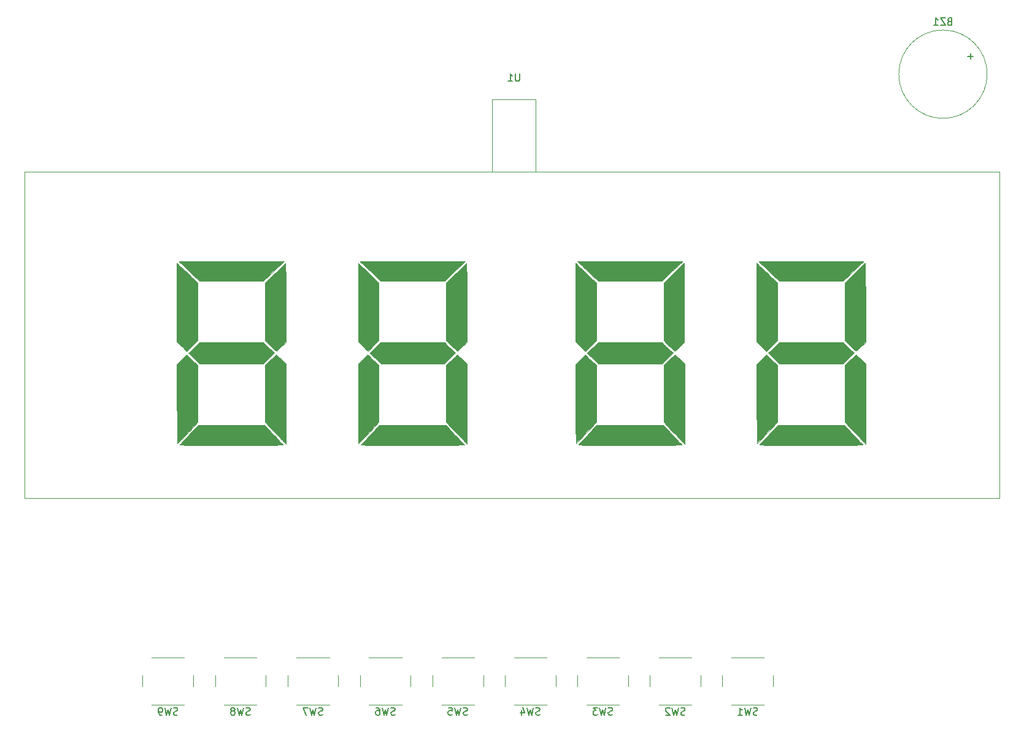
<source format=gbr>
%TF.GenerationSoftware,KiCad,Pcbnew,5.1.12-84ad8e8a86~92~ubuntu20.04.1*%
%TF.CreationDate,2022-04-17T17:37:32+03:00*%
%TF.ProjectId,rata,72617461-2e6b-4696-9361-645f70636258,rev?*%
%TF.SameCoordinates,Original*%
%TF.FileFunction,Legend,Bot*%
%TF.FilePolarity,Positive*%
%FSLAX46Y46*%
G04 Gerber Fmt 4.6, Leading zero omitted, Abs format (unit mm)*
G04 Created by KiCad (PCBNEW 5.1.12-84ad8e8a86~92~ubuntu20.04.1) date 2022-04-17 17:37:32*
%MOMM*%
%LPD*%
G01*
G04 APERTURE LIST*
%ADD10C,0.010000*%
%ADD11C,0.120000*%
%ADD12C,0.150000*%
G04 APERTURE END LIST*
D10*
%TO.C,U1*%
G36*
X37056767Y-41457859D02*
G01*
X35651274Y-42800604D01*
X35651274Y-50791235D01*
X36394852Y-51504057D01*
X36598310Y-51697731D01*
X36783489Y-51871401D01*
X36942180Y-52017575D01*
X37066168Y-52128762D01*
X37147243Y-52197471D01*
X37176243Y-52216879D01*
X37215404Y-52190237D01*
X37304066Y-52115625D01*
X37433302Y-52001019D01*
X37594185Y-51854394D01*
X37777789Y-51683725D01*
X37866635Y-51600080D01*
X38519213Y-50983281D01*
X38515385Y-47747612D01*
X38514386Y-47170454D01*
X38512755Y-46562732D01*
X38510559Y-45937442D01*
X38507867Y-45307580D01*
X38504746Y-44686145D01*
X38501266Y-44086131D01*
X38497493Y-43520538D01*
X38493496Y-43002360D01*
X38489343Y-42544595D01*
X38486909Y-42313529D01*
X38462261Y-40115115D01*
X37056767Y-41457859D01*
G37*
X37056767Y-41457859D02*
X35651274Y-42800604D01*
X35651274Y-50791235D01*
X36394852Y-51504057D01*
X36598310Y-51697731D01*
X36783489Y-51871401D01*
X36942180Y-52017575D01*
X37066168Y-52128762D01*
X37147243Y-52197471D01*
X37176243Y-52216879D01*
X37215404Y-52190237D01*
X37304066Y-52115625D01*
X37433302Y-52001019D01*
X37594185Y-51854394D01*
X37777789Y-51683725D01*
X37866635Y-51600080D01*
X38519213Y-50983281D01*
X38515385Y-47747612D01*
X38514386Y-47170454D01*
X38512755Y-46562732D01*
X38510559Y-45937442D01*
X38507867Y-45307580D01*
X38504746Y-44686145D01*
X38501266Y-44086131D01*
X38497493Y-43520538D01*
X38493496Y-43002360D01*
X38489343Y-42544595D01*
X38486909Y-42313529D01*
X38462261Y-40115115D01*
X37056767Y-41457859D01*
G36*
X30044461Y-39800215D02*
G01*
X29150509Y-39800854D01*
X28319627Y-39801909D01*
X27553298Y-39803373D01*
X26853007Y-39805236D01*
X26220238Y-39807492D01*
X25656474Y-39810133D01*
X25163199Y-39813150D01*
X24741897Y-39816535D01*
X24394052Y-39820281D01*
X24121148Y-39824380D01*
X23924668Y-39828823D01*
X23806097Y-39833603D01*
X23766917Y-39838711D01*
X23766932Y-39838765D01*
X23798098Y-39873628D01*
X23882216Y-39958555D01*
X24013530Y-40087962D01*
X24186284Y-40256263D01*
X24394722Y-40457873D01*
X24633088Y-40687207D01*
X24895626Y-40938680D01*
X25176581Y-41206707D01*
X25184161Y-41213924D01*
X26587909Y-42550319D01*
X31008365Y-42547704D01*
X35428821Y-42545090D01*
X36823921Y-41213839D01*
X37104280Y-40945737D01*
X37366387Y-40693980D01*
X37604477Y-40464186D01*
X37812779Y-40261974D01*
X37985528Y-40092964D01*
X38116955Y-39962775D01*
X38201291Y-39877027D01*
X38232770Y-39841337D01*
X38232785Y-39841294D01*
X38198078Y-39835456D01*
X38089545Y-39830075D01*
X37906635Y-39825148D01*
X37648799Y-39820671D01*
X37315486Y-39816642D01*
X36906146Y-39813058D01*
X36420228Y-39809915D01*
X35857184Y-39807210D01*
X35216462Y-39804940D01*
X34497512Y-39803102D01*
X33699784Y-39801693D01*
X32822728Y-39800709D01*
X31865794Y-39800148D01*
X31000000Y-39800000D01*
X30044461Y-39800215D01*
G37*
X30044461Y-39800215D02*
X29150509Y-39800854D01*
X28319627Y-39801909D01*
X27553298Y-39803373D01*
X26853007Y-39805236D01*
X26220238Y-39807492D01*
X25656474Y-39810133D01*
X25163199Y-39813150D01*
X24741897Y-39816535D01*
X24394052Y-39820281D01*
X24121148Y-39824380D01*
X23924668Y-39828823D01*
X23806097Y-39833603D01*
X23766917Y-39838711D01*
X23766932Y-39838765D01*
X23798098Y-39873628D01*
X23882216Y-39958555D01*
X24013530Y-40087962D01*
X24186284Y-40256263D01*
X24394722Y-40457873D01*
X24633088Y-40687207D01*
X24895626Y-40938680D01*
X25176581Y-41206707D01*
X25184161Y-41213924D01*
X26587909Y-42550319D01*
X31008365Y-42547704D01*
X35428821Y-42545090D01*
X36823921Y-41213839D01*
X37104280Y-40945737D01*
X37366387Y-40693980D01*
X37604477Y-40464186D01*
X37812779Y-40261974D01*
X37985528Y-40092964D01*
X38116955Y-39962775D01*
X38201291Y-39877027D01*
X38232770Y-39841337D01*
X38232785Y-39841294D01*
X38198078Y-39835456D01*
X38089545Y-39830075D01*
X37906635Y-39825148D01*
X37648799Y-39820671D01*
X37315486Y-39816642D01*
X36906146Y-39813058D01*
X36420228Y-39809915D01*
X35857184Y-39807210D01*
X35216462Y-39804940D01*
X34497512Y-39803102D01*
X33699784Y-39801693D01*
X32822728Y-39800709D01*
X31865794Y-39800148D01*
X31000000Y-39800000D01*
X30044461Y-39800215D01*
G36*
X24145552Y-53375210D02*
G01*
X23477070Y-54015972D01*
X23482786Y-56766664D01*
X23484323Y-57339720D01*
X23486636Y-57973496D01*
X23489618Y-58649014D01*
X23493166Y-59347295D01*
X23497174Y-60049361D01*
X23501536Y-60736234D01*
X23506148Y-61388936D01*
X23510904Y-61988489D01*
X23513120Y-62242157D01*
X23537738Y-64966957D01*
X24943232Y-63497920D01*
X26348726Y-62028884D01*
X26348726Y-54176731D01*
X25772372Y-53629906D01*
X25579386Y-53447166D01*
X25392702Y-53271042D01*
X25225526Y-53113946D01*
X25091065Y-52988290D01*
X25005027Y-52908765D01*
X24814035Y-52734449D01*
X24145552Y-53375210D01*
G37*
X24145552Y-53375210D02*
X23477070Y-54015972D01*
X23482786Y-56766664D01*
X23484323Y-57339720D01*
X23486636Y-57973496D01*
X23489618Y-58649014D01*
X23493166Y-59347295D01*
X23497174Y-60049361D01*
X23501536Y-60736234D01*
X23506148Y-61388936D01*
X23510904Y-61988489D01*
X23513120Y-62242157D01*
X23537738Y-64966957D01*
X24943232Y-63497920D01*
X26348726Y-62028884D01*
X26348726Y-54176731D01*
X25772372Y-53629906D01*
X25579386Y-53447166D01*
X25392702Y-53271042D01*
X25225526Y-53113946D01*
X25091065Y-52988290D01*
X25005027Y-52908765D01*
X24814035Y-52734449D01*
X24145552Y-53375210D01*
G36*
X25171793Y-63749461D02*
G01*
X24913791Y-64022620D01*
X24671802Y-64279654D01*
X24451764Y-64514196D01*
X24259611Y-64719883D01*
X24101279Y-64890349D01*
X23982705Y-65019229D01*
X23909824Y-65100159D01*
X23889346Y-65124620D01*
X23884431Y-65134014D01*
X23885763Y-65142593D01*
X23896823Y-65150395D01*
X23921088Y-65157457D01*
X23962037Y-65163816D01*
X24023150Y-65169507D01*
X24107904Y-65174569D01*
X24219779Y-65179038D01*
X24362253Y-65182951D01*
X24538804Y-65186344D01*
X24752913Y-65189256D01*
X25008057Y-65191721D01*
X25307715Y-65193779D01*
X25655365Y-65195465D01*
X26054488Y-65196816D01*
X26508560Y-65197869D01*
X27021061Y-65198661D01*
X27595470Y-65199229D01*
X28235265Y-65199610D01*
X28943926Y-65199840D01*
X29724930Y-65199957D01*
X30581756Y-65199997D01*
X30999716Y-65200000D01*
X31904981Y-65199932D01*
X32732656Y-65199708D01*
X33486041Y-65199304D01*
X34168439Y-65198692D01*
X34783149Y-65197846D01*
X35333474Y-65196741D01*
X35822715Y-65195349D01*
X36254173Y-65193644D01*
X36631148Y-65191601D01*
X36956943Y-65189193D01*
X37234859Y-65186393D01*
X37468196Y-65183176D01*
X37660256Y-65179515D01*
X37814340Y-65175383D01*
X37933750Y-65170755D01*
X38021786Y-65165604D01*
X38081750Y-65159904D01*
X38116943Y-65153629D01*
X38130666Y-65146752D01*
X38130592Y-65143222D01*
X38096809Y-65102855D01*
X38013068Y-65010044D01*
X37885138Y-64870986D01*
X37718786Y-64691873D01*
X37519780Y-64478901D01*
X37293887Y-64238263D01*
X37046875Y-63976153D01*
X36850144Y-63768063D01*
X35602040Y-62449682D01*
X26401388Y-62449682D01*
X25171793Y-63749461D01*
G37*
X25171793Y-63749461D02*
X24913791Y-64022620D01*
X24671802Y-64279654D01*
X24451764Y-64514196D01*
X24259611Y-64719883D01*
X24101279Y-64890349D01*
X23982705Y-65019229D01*
X23909824Y-65100159D01*
X23889346Y-65124620D01*
X23884431Y-65134014D01*
X23885763Y-65142593D01*
X23896823Y-65150395D01*
X23921088Y-65157457D01*
X23962037Y-65163816D01*
X24023150Y-65169507D01*
X24107904Y-65174569D01*
X24219779Y-65179038D01*
X24362253Y-65182951D01*
X24538804Y-65186344D01*
X24752913Y-65189256D01*
X25008057Y-65191721D01*
X25307715Y-65193779D01*
X25655365Y-65195465D01*
X26054488Y-65196816D01*
X26508560Y-65197869D01*
X27021061Y-65198661D01*
X27595470Y-65199229D01*
X28235265Y-65199610D01*
X28943926Y-65199840D01*
X29724930Y-65199957D01*
X30581756Y-65199997D01*
X30999716Y-65200000D01*
X31904981Y-65199932D01*
X32732656Y-65199708D01*
X33486041Y-65199304D01*
X34168439Y-65198692D01*
X34783149Y-65197846D01*
X35333474Y-65196741D01*
X35822715Y-65195349D01*
X36254173Y-65193644D01*
X36631148Y-65191601D01*
X36956943Y-65189193D01*
X37234859Y-65186393D01*
X37468196Y-65183176D01*
X37660256Y-65179515D01*
X37814340Y-65175383D01*
X37933750Y-65170755D01*
X38021786Y-65165604D01*
X38081750Y-65159904D01*
X38116943Y-65153629D01*
X38130666Y-65146752D01*
X38130592Y-65143222D01*
X38096809Y-65102855D01*
X38013068Y-65010044D01*
X37885138Y-64870986D01*
X37718786Y-64691873D01*
X37519780Y-64478901D01*
X37293887Y-64238263D01*
X37046875Y-63976153D01*
X36850144Y-63768063D01*
X35602040Y-62449682D01*
X26401388Y-62449682D01*
X25171793Y-63749461D01*
G36*
X25848990Y-51739273D02*
G01*
X25647340Y-51930965D01*
X25465931Y-52104624D01*
X25312826Y-52252433D01*
X25196085Y-52366577D01*
X25123770Y-52439241D01*
X25103349Y-52462187D01*
X25128102Y-52496484D01*
X25203890Y-52578912D01*
X25323175Y-52701815D01*
X25478418Y-52857533D01*
X25662080Y-53038408D01*
X25851597Y-53222307D01*
X26611624Y-53954837D01*
X35389724Y-53956051D01*
X36924622Y-52472709D01*
X36459843Y-52031558D01*
X36271259Y-51852452D01*
X36075809Y-51666637D01*
X35893384Y-51493038D01*
X35743879Y-51350577D01*
X35708880Y-51317178D01*
X35422697Y-51043949D01*
X26582853Y-51043949D01*
X25848990Y-51739273D01*
G37*
X25848990Y-51739273D02*
X25647340Y-51930965D01*
X25465931Y-52104624D01*
X25312826Y-52252433D01*
X25196085Y-52366577D01*
X25123770Y-52439241D01*
X25103349Y-52462187D01*
X25128102Y-52496484D01*
X25203890Y-52578912D01*
X25323175Y-52701815D01*
X25478418Y-52857533D01*
X25662080Y-53038408D01*
X25851597Y-53222307D01*
X26611624Y-53954837D01*
X35389724Y-53956051D01*
X36924622Y-52472709D01*
X36459843Y-52031558D01*
X36271259Y-51852452D01*
X36075809Y-51666637D01*
X35893384Y-51493038D01*
X35743879Y-51350577D01*
X35708880Y-51317178D01*
X35422697Y-51043949D01*
X26582853Y-51043949D01*
X25848990Y-51739273D01*
G36*
X36975278Y-52928559D02*
G01*
X36876068Y-53020934D01*
X36732369Y-53155553D01*
X36558424Y-53319032D01*
X36368476Y-53497988D01*
X36207404Y-53650074D01*
X35651274Y-54175755D01*
X35651274Y-62025843D01*
X36907790Y-63339912D01*
X37174769Y-63618985D01*
X37430471Y-63886015D01*
X37668207Y-64134036D01*
X37881290Y-64356080D01*
X38063031Y-64545181D01*
X38206741Y-64694373D01*
X38305731Y-64796688D01*
X38343618Y-64835456D01*
X38522930Y-65016930D01*
X38522930Y-54006527D01*
X37187022Y-52732723D01*
X36975278Y-52928559D01*
G37*
X36975278Y-52928559D02*
X36876068Y-53020934D01*
X36732369Y-53155553D01*
X36558424Y-53319032D01*
X36368476Y-53497988D01*
X36207404Y-53650074D01*
X35651274Y-54175755D01*
X35651274Y-62025843D01*
X36907790Y-63339912D01*
X37174769Y-63618985D01*
X37430471Y-63886015D01*
X37668207Y-64134036D01*
X37881290Y-64356080D01*
X38063031Y-64545181D01*
X38206741Y-64694373D01*
X38305731Y-64796688D01*
X38343618Y-64835456D01*
X38522930Y-65016930D01*
X38522930Y-54006527D01*
X37187022Y-52732723D01*
X36975278Y-52928559D01*
G36*
X23498608Y-40122789D02*
G01*
X23495754Y-40238678D01*
X23493023Y-40426118D01*
X23490436Y-40680439D01*
X23488014Y-40996970D01*
X23485779Y-41371042D01*
X23483750Y-41797984D01*
X23481950Y-42273125D01*
X23480399Y-42791797D01*
X23479119Y-43349327D01*
X23478130Y-43941046D01*
X23477453Y-44562285D01*
X23477110Y-45208371D01*
X23477070Y-45520316D01*
X23477070Y-50957510D01*
X23911863Y-51376935D01*
X24090317Y-51548510D01*
X24271947Y-51722154D01*
X24437655Y-51879671D01*
X24568344Y-52002864D01*
X24589331Y-52022464D01*
X24832006Y-52248568D01*
X25591481Y-51514810D01*
X26350956Y-50781051D01*
X26348726Y-42807633D01*
X25994780Y-42466635D01*
X25880650Y-42356607D01*
X25718023Y-42199723D01*
X25516581Y-42005326D01*
X25286005Y-41782762D01*
X25035977Y-41541376D01*
X24776180Y-41290514D01*
X24583447Y-41104379D01*
X24340956Y-40870803D01*
X24116716Y-40656013D01*
X23917361Y-40466274D01*
X23749530Y-40307851D01*
X23619858Y-40187008D01*
X23534982Y-40110010D01*
X23501564Y-40083121D01*
X23498608Y-40122789D01*
G37*
X23498608Y-40122789D02*
X23495754Y-40238678D01*
X23493023Y-40426118D01*
X23490436Y-40680439D01*
X23488014Y-40996970D01*
X23485779Y-41371042D01*
X23483750Y-41797984D01*
X23481950Y-42273125D01*
X23480399Y-42791797D01*
X23479119Y-43349327D01*
X23478130Y-43941046D01*
X23477453Y-44562285D01*
X23477110Y-45208371D01*
X23477070Y-45520316D01*
X23477070Y-50957510D01*
X23911863Y-51376935D01*
X24090317Y-51548510D01*
X24271947Y-51722154D01*
X24437655Y-51879671D01*
X24568344Y-52002864D01*
X24589331Y-52022464D01*
X24832006Y-52248568D01*
X25591481Y-51514810D01*
X26350956Y-50781051D01*
X26348726Y-42807633D01*
X25994780Y-42466635D01*
X25880650Y-42356607D01*
X25718023Y-42199723D01*
X25516581Y-42005326D01*
X25286005Y-41782762D01*
X25035977Y-41541376D01*
X24776180Y-41290514D01*
X24583447Y-41104379D01*
X24340956Y-40870803D01*
X24116716Y-40656013D01*
X23917361Y-40466274D01*
X23749530Y-40307851D01*
X23619858Y-40187008D01*
X23534982Y-40110010D01*
X23501564Y-40083121D01*
X23498608Y-40122789D01*
G36*
X62056767Y-41457859D02*
G01*
X60651274Y-42800604D01*
X60651274Y-50791235D01*
X61394852Y-51504057D01*
X61598310Y-51697731D01*
X61783489Y-51871401D01*
X61942180Y-52017575D01*
X62066168Y-52128762D01*
X62147243Y-52197471D01*
X62176243Y-52216879D01*
X62215404Y-52190237D01*
X62304066Y-52115625D01*
X62433302Y-52001019D01*
X62594185Y-51854394D01*
X62777789Y-51683725D01*
X62866635Y-51600080D01*
X63519213Y-50983281D01*
X63515385Y-47747612D01*
X63514386Y-47170454D01*
X63512755Y-46562732D01*
X63510559Y-45937442D01*
X63507867Y-45307580D01*
X63504746Y-44686145D01*
X63501266Y-44086131D01*
X63497493Y-43520538D01*
X63493496Y-43002360D01*
X63489343Y-42544595D01*
X63486909Y-42313529D01*
X63462261Y-40115115D01*
X62056767Y-41457859D01*
G37*
X62056767Y-41457859D02*
X60651274Y-42800604D01*
X60651274Y-50791235D01*
X61394852Y-51504057D01*
X61598310Y-51697731D01*
X61783489Y-51871401D01*
X61942180Y-52017575D01*
X62066168Y-52128762D01*
X62147243Y-52197471D01*
X62176243Y-52216879D01*
X62215404Y-52190237D01*
X62304066Y-52115625D01*
X62433302Y-52001019D01*
X62594185Y-51854394D01*
X62777789Y-51683725D01*
X62866635Y-51600080D01*
X63519213Y-50983281D01*
X63515385Y-47747612D01*
X63514386Y-47170454D01*
X63512755Y-46562732D01*
X63510559Y-45937442D01*
X63507867Y-45307580D01*
X63504746Y-44686145D01*
X63501266Y-44086131D01*
X63497493Y-43520538D01*
X63493496Y-43002360D01*
X63489343Y-42544595D01*
X63486909Y-42313529D01*
X63462261Y-40115115D01*
X62056767Y-41457859D01*
G36*
X55044461Y-39800215D02*
G01*
X54150509Y-39800854D01*
X53319627Y-39801909D01*
X52553298Y-39803373D01*
X51853007Y-39805236D01*
X51220238Y-39807492D01*
X50656474Y-39810133D01*
X50163199Y-39813150D01*
X49741897Y-39816535D01*
X49394052Y-39820281D01*
X49121148Y-39824380D01*
X48924668Y-39828823D01*
X48806097Y-39833603D01*
X48766917Y-39838711D01*
X48766932Y-39838765D01*
X48798098Y-39873628D01*
X48882216Y-39958555D01*
X49013530Y-40087962D01*
X49186284Y-40256263D01*
X49394722Y-40457873D01*
X49633088Y-40687207D01*
X49895626Y-40938680D01*
X50176581Y-41206707D01*
X50184161Y-41213924D01*
X51587909Y-42550319D01*
X56008365Y-42547704D01*
X60428821Y-42545090D01*
X61823921Y-41213839D01*
X62104280Y-40945737D01*
X62366387Y-40693980D01*
X62604477Y-40464186D01*
X62812779Y-40261974D01*
X62985528Y-40092964D01*
X63116955Y-39962775D01*
X63201291Y-39877027D01*
X63232770Y-39841337D01*
X63232785Y-39841294D01*
X63198078Y-39835456D01*
X63089545Y-39830075D01*
X62906635Y-39825148D01*
X62648799Y-39820671D01*
X62315486Y-39816642D01*
X61906146Y-39813058D01*
X61420228Y-39809915D01*
X60857184Y-39807210D01*
X60216462Y-39804940D01*
X59497512Y-39803102D01*
X58699784Y-39801693D01*
X57822728Y-39800709D01*
X56865794Y-39800148D01*
X56000000Y-39800000D01*
X55044461Y-39800215D01*
G37*
X55044461Y-39800215D02*
X54150509Y-39800854D01*
X53319627Y-39801909D01*
X52553298Y-39803373D01*
X51853007Y-39805236D01*
X51220238Y-39807492D01*
X50656474Y-39810133D01*
X50163199Y-39813150D01*
X49741897Y-39816535D01*
X49394052Y-39820281D01*
X49121148Y-39824380D01*
X48924668Y-39828823D01*
X48806097Y-39833603D01*
X48766917Y-39838711D01*
X48766932Y-39838765D01*
X48798098Y-39873628D01*
X48882216Y-39958555D01*
X49013530Y-40087962D01*
X49186284Y-40256263D01*
X49394722Y-40457873D01*
X49633088Y-40687207D01*
X49895626Y-40938680D01*
X50176581Y-41206707D01*
X50184161Y-41213924D01*
X51587909Y-42550319D01*
X56008365Y-42547704D01*
X60428821Y-42545090D01*
X61823921Y-41213839D01*
X62104280Y-40945737D01*
X62366387Y-40693980D01*
X62604477Y-40464186D01*
X62812779Y-40261974D01*
X62985528Y-40092964D01*
X63116955Y-39962775D01*
X63201291Y-39877027D01*
X63232770Y-39841337D01*
X63232785Y-39841294D01*
X63198078Y-39835456D01*
X63089545Y-39830075D01*
X62906635Y-39825148D01*
X62648799Y-39820671D01*
X62315486Y-39816642D01*
X61906146Y-39813058D01*
X61420228Y-39809915D01*
X60857184Y-39807210D01*
X60216462Y-39804940D01*
X59497512Y-39803102D01*
X58699784Y-39801693D01*
X57822728Y-39800709D01*
X56865794Y-39800148D01*
X56000000Y-39800000D01*
X55044461Y-39800215D01*
G36*
X49145552Y-53375210D02*
G01*
X48477070Y-54015972D01*
X48482786Y-56766664D01*
X48484323Y-57339720D01*
X48486636Y-57973496D01*
X48489618Y-58649014D01*
X48493166Y-59347295D01*
X48497174Y-60049361D01*
X48501536Y-60736234D01*
X48506148Y-61388936D01*
X48510904Y-61988489D01*
X48513120Y-62242157D01*
X48537738Y-64966957D01*
X49943232Y-63497920D01*
X51348726Y-62028884D01*
X51348726Y-54176731D01*
X50772372Y-53629906D01*
X50579386Y-53447166D01*
X50392702Y-53271042D01*
X50225526Y-53113946D01*
X50091065Y-52988290D01*
X50005027Y-52908765D01*
X49814035Y-52734449D01*
X49145552Y-53375210D01*
G37*
X49145552Y-53375210D02*
X48477070Y-54015972D01*
X48482786Y-56766664D01*
X48484323Y-57339720D01*
X48486636Y-57973496D01*
X48489618Y-58649014D01*
X48493166Y-59347295D01*
X48497174Y-60049361D01*
X48501536Y-60736234D01*
X48506148Y-61388936D01*
X48510904Y-61988489D01*
X48513120Y-62242157D01*
X48537738Y-64966957D01*
X49943232Y-63497920D01*
X51348726Y-62028884D01*
X51348726Y-54176731D01*
X50772372Y-53629906D01*
X50579386Y-53447166D01*
X50392702Y-53271042D01*
X50225526Y-53113946D01*
X50091065Y-52988290D01*
X50005027Y-52908765D01*
X49814035Y-52734449D01*
X49145552Y-53375210D01*
G36*
X50171793Y-63749461D02*
G01*
X49913791Y-64022620D01*
X49671802Y-64279654D01*
X49451764Y-64514196D01*
X49259611Y-64719883D01*
X49101279Y-64890349D01*
X48982705Y-65019229D01*
X48909824Y-65100159D01*
X48889346Y-65124620D01*
X48884431Y-65134014D01*
X48885763Y-65142593D01*
X48896823Y-65150395D01*
X48921088Y-65157457D01*
X48962037Y-65163816D01*
X49023150Y-65169507D01*
X49107904Y-65174569D01*
X49219779Y-65179038D01*
X49362253Y-65182951D01*
X49538804Y-65186344D01*
X49752913Y-65189256D01*
X50008057Y-65191721D01*
X50307715Y-65193779D01*
X50655365Y-65195465D01*
X51054488Y-65196816D01*
X51508560Y-65197869D01*
X52021061Y-65198661D01*
X52595470Y-65199229D01*
X53235265Y-65199610D01*
X53943926Y-65199840D01*
X54724930Y-65199957D01*
X55581756Y-65199997D01*
X55999716Y-65200000D01*
X56904981Y-65199932D01*
X57732656Y-65199708D01*
X58486041Y-65199304D01*
X59168439Y-65198692D01*
X59783149Y-65197846D01*
X60333474Y-65196741D01*
X60822715Y-65195349D01*
X61254173Y-65193644D01*
X61631148Y-65191601D01*
X61956943Y-65189193D01*
X62234859Y-65186393D01*
X62468196Y-65183176D01*
X62660256Y-65179515D01*
X62814340Y-65175383D01*
X62933750Y-65170755D01*
X63021786Y-65165604D01*
X63081750Y-65159904D01*
X63116943Y-65153629D01*
X63130666Y-65146752D01*
X63130592Y-65143222D01*
X63096809Y-65102855D01*
X63013068Y-65010044D01*
X62885138Y-64870986D01*
X62718786Y-64691873D01*
X62519780Y-64478901D01*
X62293887Y-64238263D01*
X62046875Y-63976153D01*
X61850144Y-63768063D01*
X60602040Y-62449682D01*
X51401388Y-62449682D01*
X50171793Y-63749461D01*
G37*
X50171793Y-63749461D02*
X49913791Y-64022620D01*
X49671802Y-64279654D01*
X49451764Y-64514196D01*
X49259611Y-64719883D01*
X49101279Y-64890349D01*
X48982705Y-65019229D01*
X48909824Y-65100159D01*
X48889346Y-65124620D01*
X48884431Y-65134014D01*
X48885763Y-65142593D01*
X48896823Y-65150395D01*
X48921088Y-65157457D01*
X48962037Y-65163816D01*
X49023150Y-65169507D01*
X49107904Y-65174569D01*
X49219779Y-65179038D01*
X49362253Y-65182951D01*
X49538804Y-65186344D01*
X49752913Y-65189256D01*
X50008057Y-65191721D01*
X50307715Y-65193779D01*
X50655365Y-65195465D01*
X51054488Y-65196816D01*
X51508560Y-65197869D01*
X52021061Y-65198661D01*
X52595470Y-65199229D01*
X53235265Y-65199610D01*
X53943926Y-65199840D01*
X54724930Y-65199957D01*
X55581756Y-65199997D01*
X55999716Y-65200000D01*
X56904981Y-65199932D01*
X57732656Y-65199708D01*
X58486041Y-65199304D01*
X59168439Y-65198692D01*
X59783149Y-65197846D01*
X60333474Y-65196741D01*
X60822715Y-65195349D01*
X61254173Y-65193644D01*
X61631148Y-65191601D01*
X61956943Y-65189193D01*
X62234859Y-65186393D01*
X62468196Y-65183176D01*
X62660256Y-65179515D01*
X62814340Y-65175383D01*
X62933750Y-65170755D01*
X63021786Y-65165604D01*
X63081750Y-65159904D01*
X63116943Y-65153629D01*
X63130666Y-65146752D01*
X63130592Y-65143222D01*
X63096809Y-65102855D01*
X63013068Y-65010044D01*
X62885138Y-64870986D01*
X62718786Y-64691873D01*
X62519780Y-64478901D01*
X62293887Y-64238263D01*
X62046875Y-63976153D01*
X61850144Y-63768063D01*
X60602040Y-62449682D01*
X51401388Y-62449682D01*
X50171793Y-63749461D01*
G36*
X50848990Y-51739273D02*
G01*
X50647340Y-51930965D01*
X50465931Y-52104624D01*
X50312826Y-52252433D01*
X50196085Y-52366577D01*
X50123770Y-52439241D01*
X50103349Y-52462187D01*
X50128102Y-52496484D01*
X50203890Y-52578912D01*
X50323175Y-52701815D01*
X50478418Y-52857533D01*
X50662080Y-53038408D01*
X50851597Y-53222307D01*
X51611624Y-53954837D01*
X60389724Y-53956051D01*
X61924622Y-52472709D01*
X61459843Y-52031558D01*
X61271259Y-51852452D01*
X61075809Y-51666637D01*
X60893384Y-51493038D01*
X60743879Y-51350577D01*
X60708880Y-51317178D01*
X60422697Y-51043949D01*
X51582853Y-51043949D01*
X50848990Y-51739273D01*
G37*
X50848990Y-51739273D02*
X50647340Y-51930965D01*
X50465931Y-52104624D01*
X50312826Y-52252433D01*
X50196085Y-52366577D01*
X50123770Y-52439241D01*
X50103349Y-52462187D01*
X50128102Y-52496484D01*
X50203890Y-52578912D01*
X50323175Y-52701815D01*
X50478418Y-52857533D01*
X50662080Y-53038408D01*
X50851597Y-53222307D01*
X51611624Y-53954837D01*
X60389724Y-53956051D01*
X61924622Y-52472709D01*
X61459843Y-52031558D01*
X61271259Y-51852452D01*
X61075809Y-51666637D01*
X60893384Y-51493038D01*
X60743879Y-51350577D01*
X60708880Y-51317178D01*
X60422697Y-51043949D01*
X51582853Y-51043949D01*
X50848990Y-51739273D01*
G36*
X61975278Y-52928559D02*
G01*
X61876068Y-53020934D01*
X61732369Y-53155553D01*
X61558424Y-53319032D01*
X61368476Y-53497988D01*
X61207404Y-53650074D01*
X60651274Y-54175755D01*
X60651274Y-62025843D01*
X61907790Y-63339912D01*
X62174769Y-63618985D01*
X62430471Y-63886015D01*
X62668207Y-64134036D01*
X62881290Y-64356080D01*
X63063031Y-64545181D01*
X63206741Y-64694373D01*
X63305731Y-64796688D01*
X63343618Y-64835456D01*
X63522930Y-65016930D01*
X63522930Y-54006527D01*
X62187022Y-52732723D01*
X61975278Y-52928559D01*
G37*
X61975278Y-52928559D02*
X61876068Y-53020934D01*
X61732369Y-53155553D01*
X61558424Y-53319032D01*
X61368476Y-53497988D01*
X61207404Y-53650074D01*
X60651274Y-54175755D01*
X60651274Y-62025843D01*
X61907790Y-63339912D01*
X62174769Y-63618985D01*
X62430471Y-63886015D01*
X62668207Y-64134036D01*
X62881290Y-64356080D01*
X63063031Y-64545181D01*
X63206741Y-64694373D01*
X63305731Y-64796688D01*
X63343618Y-64835456D01*
X63522930Y-65016930D01*
X63522930Y-54006527D01*
X62187022Y-52732723D01*
X61975278Y-52928559D01*
G36*
X48498608Y-40122789D02*
G01*
X48495754Y-40238678D01*
X48493023Y-40426118D01*
X48490436Y-40680439D01*
X48488014Y-40996970D01*
X48485779Y-41371042D01*
X48483750Y-41797984D01*
X48481950Y-42273125D01*
X48480399Y-42791797D01*
X48479119Y-43349327D01*
X48478130Y-43941046D01*
X48477453Y-44562285D01*
X48477110Y-45208371D01*
X48477070Y-45520316D01*
X48477070Y-50957510D01*
X48911863Y-51376935D01*
X49090317Y-51548510D01*
X49271947Y-51722154D01*
X49437655Y-51879671D01*
X49568344Y-52002864D01*
X49589331Y-52022464D01*
X49832006Y-52248568D01*
X50591481Y-51514810D01*
X51350956Y-50781051D01*
X51348726Y-42807633D01*
X50994780Y-42466635D01*
X50880650Y-42356607D01*
X50718023Y-42199723D01*
X50516581Y-42005326D01*
X50286005Y-41782762D01*
X50035977Y-41541376D01*
X49776180Y-41290514D01*
X49583447Y-41104379D01*
X49340956Y-40870803D01*
X49116716Y-40656013D01*
X48917361Y-40466274D01*
X48749530Y-40307851D01*
X48619858Y-40187008D01*
X48534982Y-40110010D01*
X48501564Y-40083121D01*
X48498608Y-40122789D01*
G37*
X48498608Y-40122789D02*
X48495754Y-40238678D01*
X48493023Y-40426118D01*
X48490436Y-40680439D01*
X48488014Y-40996970D01*
X48485779Y-41371042D01*
X48483750Y-41797984D01*
X48481950Y-42273125D01*
X48480399Y-42791797D01*
X48479119Y-43349327D01*
X48478130Y-43941046D01*
X48477453Y-44562285D01*
X48477110Y-45208371D01*
X48477070Y-45520316D01*
X48477070Y-50957510D01*
X48911863Y-51376935D01*
X49090317Y-51548510D01*
X49271947Y-51722154D01*
X49437655Y-51879671D01*
X49568344Y-52002864D01*
X49589331Y-52022464D01*
X49832006Y-52248568D01*
X50591481Y-51514810D01*
X51350956Y-50781051D01*
X51348726Y-42807633D01*
X50994780Y-42466635D01*
X50880650Y-42356607D01*
X50718023Y-42199723D01*
X50516581Y-42005326D01*
X50286005Y-41782762D01*
X50035977Y-41541376D01*
X49776180Y-41290514D01*
X49583447Y-41104379D01*
X49340956Y-40870803D01*
X49116716Y-40656013D01*
X48917361Y-40466274D01*
X48749530Y-40307851D01*
X48619858Y-40187008D01*
X48534982Y-40110010D01*
X48501564Y-40083121D01*
X48498608Y-40122789D01*
G36*
X117056767Y-41457859D02*
G01*
X115651274Y-42800604D01*
X115651274Y-50791235D01*
X116394852Y-51504057D01*
X116598310Y-51697731D01*
X116783489Y-51871401D01*
X116942180Y-52017575D01*
X117066168Y-52128762D01*
X117147243Y-52197471D01*
X117176243Y-52216879D01*
X117215404Y-52190237D01*
X117304066Y-52115625D01*
X117433302Y-52001019D01*
X117594185Y-51854394D01*
X117777789Y-51683725D01*
X117866635Y-51600080D01*
X118519213Y-50983281D01*
X118515385Y-47747612D01*
X118514386Y-47170454D01*
X118512755Y-46562732D01*
X118510559Y-45937442D01*
X118507867Y-45307580D01*
X118504746Y-44686145D01*
X118501266Y-44086131D01*
X118497493Y-43520538D01*
X118493496Y-43002360D01*
X118489343Y-42544595D01*
X118486909Y-42313529D01*
X118462261Y-40115115D01*
X117056767Y-41457859D01*
G37*
X117056767Y-41457859D02*
X115651274Y-42800604D01*
X115651274Y-50791235D01*
X116394852Y-51504057D01*
X116598310Y-51697731D01*
X116783489Y-51871401D01*
X116942180Y-52017575D01*
X117066168Y-52128762D01*
X117147243Y-52197471D01*
X117176243Y-52216879D01*
X117215404Y-52190237D01*
X117304066Y-52115625D01*
X117433302Y-52001019D01*
X117594185Y-51854394D01*
X117777789Y-51683725D01*
X117866635Y-51600080D01*
X118519213Y-50983281D01*
X118515385Y-47747612D01*
X118514386Y-47170454D01*
X118512755Y-46562732D01*
X118510559Y-45937442D01*
X118507867Y-45307580D01*
X118504746Y-44686145D01*
X118501266Y-44086131D01*
X118497493Y-43520538D01*
X118493496Y-43002360D01*
X118489343Y-42544595D01*
X118486909Y-42313529D01*
X118462261Y-40115115D01*
X117056767Y-41457859D01*
G36*
X110044461Y-39800215D02*
G01*
X109150509Y-39800854D01*
X108319627Y-39801909D01*
X107553298Y-39803373D01*
X106853007Y-39805236D01*
X106220238Y-39807492D01*
X105656474Y-39810133D01*
X105163199Y-39813150D01*
X104741897Y-39816535D01*
X104394052Y-39820281D01*
X104121148Y-39824380D01*
X103924668Y-39828823D01*
X103806097Y-39833603D01*
X103766917Y-39838711D01*
X103766932Y-39838765D01*
X103798098Y-39873628D01*
X103882216Y-39958555D01*
X104013530Y-40087962D01*
X104186284Y-40256263D01*
X104394722Y-40457873D01*
X104633088Y-40687207D01*
X104895626Y-40938680D01*
X105176581Y-41206707D01*
X105184161Y-41213924D01*
X106587909Y-42550319D01*
X111008365Y-42547704D01*
X115428821Y-42545090D01*
X116823921Y-41213839D01*
X117104280Y-40945737D01*
X117366387Y-40693980D01*
X117604477Y-40464186D01*
X117812779Y-40261974D01*
X117985528Y-40092964D01*
X118116955Y-39962775D01*
X118201291Y-39877027D01*
X118232770Y-39841337D01*
X118232785Y-39841294D01*
X118198078Y-39835456D01*
X118089545Y-39830075D01*
X117906635Y-39825148D01*
X117648799Y-39820671D01*
X117315486Y-39816642D01*
X116906146Y-39813058D01*
X116420228Y-39809915D01*
X115857184Y-39807210D01*
X115216462Y-39804940D01*
X114497512Y-39803102D01*
X113699784Y-39801693D01*
X112822728Y-39800709D01*
X111865794Y-39800148D01*
X111000000Y-39800000D01*
X110044461Y-39800215D01*
G37*
X110044461Y-39800215D02*
X109150509Y-39800854D01*
X108319627Y-39801909D01*
X107553298Y-39803373D01*
X106853007Y-39805236D01*
X106220238Y-39807492D01*
X105656474Y-39810133D01*
X105163199Y-39813150D01*
X104741897Y-39816535D01*
X104394052Y-39820281D01*
X104121148Y-39824380D01*
X103924668Y-39828823D01*
X103806097Y-39833603D01*
X103766917Y-39838711D01*
X103766932Y-39838765D01*
X103798098Y-39873628D01*
X103882216Y-39958555D01*
X104013530Y-40087962D01*
X104186284Y-40256263D01*
X104394722Y-40457873D01*
X104633088Y-40687207D01*
X104895626Y-40938680D01*
X105176581Y-41206707D01*
X105184161Y-41213924D01*
X106587909Y-42550319D01*
X111008365Y-42547704D01*
X115428821Y-42545090D01*
X116823921Y-41213839D01*
X117104280Y-40945737D01*
X117366387Y-40693980D01*
X117604477Y-40464186D01*
X117812779Y-40261974D01*
X117985528Y-40092964D01*
X118116955Y-39962775D01*
X118201291Y-39877027D01*
X118232770Y-39841337D01*
X118232785Y-39841294D01*
X118198078Y-39835456D01*
X118089545Y-39830075D01*
X117906635Y-39825148D01*
X117648799Y-39820671D01*
X117315486Y-39816642D01*
X116906146Y-39813058D01*
X116420228Y-39809915D01*
X115857184Y-39807210D01*
X115216462Y-39804940D01*
X114497512Y-39803102D01*
X113699784Y-39801693D01*
X112822728Y-39800709D01*
X111865794Y-39800148D01*
X111000000Y-39800000D01*
X110044461Y-39800215D01*
G36*
X104145552Y-53375210D02*
G01*
X103477070Y-54015972D01*
X103482786Y-56766664D01*
X103484323Y-57339720D01*
X103486636Y-57973496D01*
X103489618Y-58649014D01*
X103493166Y-59347295D01*
X103497174Y-60049361D01*
X103501536Y-60736234D01*
X103506148Y-61388936D01*
X103510904Y-61988489D01*
X103513120Y-62242157D01*
X103537738Y-64966957D01*
X104943232Y-63497920D01*
X106348726Y-62028884D01*
X106348726Y-54176731D01*
X105772372Y-53629906D01*
X105579386Y-53447166D01*
X105392702Y-53271042D01*
X105225526Y-53113946D01*
X105091065Y-52988290D01*
X105005027Y-52908765D01*
X104814035Y-52734449D01*
X104145552Y-53375210D01*
G37*
X104145552Y-53375210D02*
X103477070Y-54015972D01*
X103482786Y-56766664D01*
X103484323Y-57339720D01*
X103486636Y-57973496D01*
X103489618Y-58649014D01*
X103493166Y-59347295D01*
X103497174Y-60049361D01*
X103501536Y-60736234D01*
X103506148Y-61388936D01*
X103510904Y-61988489D01*
X103513120Y-62242157D01*
X103537738Y-64966957D01*
X104943232Y-63497920D01*
X106348726Y-62028884D01*
X106348726Y-54176731D01*
X105772372Y-53629906D01*
X105579386Y-53447166D01*
X105392702Y-53271042D01*
X105225526Y-53113946D01*
X105091065Y-52988290D01*
X105005027Y-52908765D01*
X104814035Y-52734449D01*
X104145552Y-53375210D01*
G36*
X105171793Y-63749461D02*
G01*
X104913791Y-64022620D01*
X104671802Y-64279654D01*
X104451764Y-64514196D01*
X104259611Y-64719883D01*
X104101279Y-64890349D01*
X103982705Y-65019229D01*
X103909824Y-65100159D01*
X103889346Y-65124620D01*
X103884431Y-65134014D01*
X103885763Y-65142593D01*
X103896823Y-65150395D01*
X103921088Y-65157457D01*
X103962037Y-65163816D01*
X104023150Y-65169507D01*
X104107904Y-65174569D01*
X104219779Y-65179038D01*
X104362253Y-65182951D01*
X104538804Y-65186344D01*
X104752913Y-65189256D01*
X105008057Y-65191721D01*
X105307715Y-65193779D01*
X105655365Y-65195465D01*
X106054488Y-65196816D01*
X106508560Y-65197869D01*
X107021061Y-65198661D01*
X107595470Y-65199229D01*
X108235265Y-65199610D01*
X108943926Y-65199840D01*
X109724930Y-65199957D01*
X110581756Y-65199997D01*
X110999716Y-65200000D01*
X111904981Y-65199932D01*
X112732656Y-65199708D01*
X113486041Y-65199304D01*
X114168439Y-65198692D01*
X114783149Y-65197846D01*
X115333474Y-65196741D01*
X115822715Y-65195349D01*
X116254173Y-65193644D01*
X116631148Y-65191601D01*
X116956943Y-65189193D01*
X117234859Y-65186393D01*
X117468196Y-65183176D01*
X117660256Y-65179515D01*
X117814340Y-65175383D01*
X117933750Y-65170755D01*
X118021786Y-65165604D01*
X118081750Y-65159904D01*
X118116943Y-65153629D01*
X118130666Y-65146752D01*
X118130592Y-65143222D01*
X118096809Y-65102855D01*
X118013068Y-65010044D01*
X117885138Y-64870986D01*
X117718786Y-64691873D01*
X117519780Y-64478901D01*
X117293887Y-64238263D01*
X117046875Y-63976153D01*
X116850144Y-63768063D01*
X115602040Y-62449682D01*
X106401388Y-62449682D01*
X105171793Y-63749461D01*
G37*
X105171793Y-63749461D02*
X104913791Y-64022620D01*
X104671802Y-64279654D01*
X104451764Y-64514196D01*
X104259611Y-64719883D01*
X104101279Y-64890349D01*
X103982705Y-65019229D01*
X103909824Y-65100159D01*
X103889346Y-65124620D01*
X103884431Y-65134014D01*
X103885763Y-65142593D01*
X103896823Y-65150395D01*
X103921088Y-65157457D01*
X103962037Y-65163816D01*
X104023150Y-65169507D01*
X104107904Y-65174569D01*
X104219779Y-65179038D01*
X104362253Y-65182951D01*
X104538804Y-65186344D01*
X104752913Y-65189256D01*
X105008057Y-65191721D01*
X105307715Y-65193779D01*
X105655365Y-65195465D01*
X106054488Y-65196816D01*
X106508560Y-65197869D01*
X107021061Y-65198661D01*
X107595470Y-65199229D01*
X108235265Y-65199610D01*
X108943926Y-65199840D01*
X109724930Y-65199957D01*
X110581756Y-65199997D01*
X110999716Y-65200000D01*
X111904981Y-65199932D01*
X112732656Y-65199708D01*
X113486041Y-65199304D01*
X114168439Y-65198692D01*
X114783149Y-65197846D01*
X115333474Y-65196741D01*
X115822715Y-65195349D01*
X116254173Y-65193644D01*
X116631148Y-65191601D01*
X116956943Y-65189193D01*
X117234859Y-65186393D01*
X117468196Y-65183176D01*
X117660256Y-65179515D01*
X117814340Y-65175383D01*
X117933750Y-65170755D01*
X118021786Y-65165604D01*
X118081750Y-65159904D01*
X118116943Y-65153629D01*
X118130666Y-65146752D01*
X118130592Y-65143222D01*
X118096809Y-65102855D01*
X118013068Y-65010044D01*
X117885138Y-64870986D01*
X117718786Y-64691873D01*
X117519780Y-64478901D01*
X117293887Y-64238263D01*
X117046875Y-63976153D01*
X116850144Y-63768063D01*
X115602040Y-62449682D01*
X106401388Y-62449682D01*
X105171793Y-63749461D01*
G36*
X105848990Y-51739273D02*
G01*
X105647340Y-51930965D01*
X105465931Y-52104624D01*
X105312826Y-52252433D01*
X105196085Y-52366577D01*
X105123770Y-52439241D01*
X105103349Y-52462187D01*
X105128102Y-52496484D01*
X105203890Y-52578912D01*
X105323175Y-52701815D01*
X105478418Y-52857533D01*
X105662080Y-53038408D01*
X105851597Y-53222307D01*
X106611624Y-53954837D01*
X115389724Y-53956051D01*
X116924622Y-52472709D01*
X116459843Y-52031558D01*
X116271259Y-51852452D01*
X116075809Y-51666637D01*
X115893384Y-51493038D01*
X115743879Y-51350577D01*
X115708880Y-51317178D01*
X115422697Y-51043949D01*
X106582853Y-51043949D01*
X105848990Y-51739273D01*
G37*
X105848990Y-51739273D02*
X105647340Y-51930965D01*
X105465931Y-52104624D01*
X105312826Y-52252433D01*
X105196085Y-52366577D01*
X105123770Y-52439241D01*
X105103349Y-52462187D01*
X105128102Y-52496484D01*
X105203890Y-52578912D01*
X105323175Y-52701815D01*
X105478418Y-52857533D01*
X105662080Y-53038408D01*
X105851597Y-53222307D01*
X106611624Y-53954837D01*
X115389724Y-53956051D01*
X116924622Y-52472709D01*
X116459843Y-52031558D01*
X116271259Y-51852452D01*
X116075809Y-51666637D01*
X115893384Y-51493038D01*
X115743879Y-51350577D01*
X115708880Y-51317178D01*
X115422697Y-51043949D01*
X106582853Y-51043949D01*
X105848990Y-51739273D01*
G36*
X116975278Y-52928559D02*
G01*
X116876068Y-53020934D01*
X116732369Y-53155553D01*
X116558424Y-53319032D01*
X116368476Y-53497988D01*
X116207404Y-53650074D01*
X115651274Y-54175755D01*
X115651274Y-62025843D01*
X116907790Y-63339912D01*
X117174769Y-63618985D01*
X117430471Y-63886015D01*
X117668207Y-64134036D01*
X117881290Y-64356080D01*
X118063031Y-64545181D01*
X118206741Y-64694373D01*
X118305731Y-64796688D01*
X118343618Y-64835456D01*
X118522930Y-65016930D01*
X118522930Y-54006527D01*
X117187022Y-52732723D01*
X116975278Y-52928559D01*
G37*
X116975278Y-52928559D02*
X116876068Y-53020934D01*
X116732369Y-53155553D01*
X116558424Y-53319032D01*
X116368476Y-53497988D01*
X116207404Y-53650074D01*
X115651274Y-54175755D01*
X115651274Y-62025843D01*
X116907790Y-63339912D01*
X117174769Y-63618985D01*
X117430471Y-63886015D01*
X117668207Y-64134036D01*
X117881290Y-64356080D01*
X118063031Y-64545181D01*
X118206741Y-64694373D01*
X118305731Y-64796688D01*
X118343618Y-64835456D01*
X118522930Y-65016930D01*
X118522930Y-54006527D01*
X117187022Y-52732723D01*
X116975278Y-52928559D01*
G36*
X103498608Y-40122789D02*
G01*
X103495754Y-40238678D01*
X103493023Y-40426118D01*
X103490436Y-40680439D01*
X103488014Y-40996970D01*
X103485779Y-41371042D01*
X103483750Y-41797984D01*
X103481950Y-42273125D01*
X103480399Y-42791797D01*
X103479119Y-43349327D01*
X103478130Y-43941046D01*
X103477453Y-44562285D01*
X103477110Y-45208371D01*
X103477070Y-45520316D01*
X103477070Y-50957510D01*
X103911863Y-51376935D01*
X104090317Y-51548510D01*
X104271947Y-51722154D01*
X104437655Y-51879671D01*
X104568344Y-52002864D01*
X104589331Y-52022464D01*
X104832006Y-52248568D01*
X105591481Y-51514810D01*
X106350956Y-50781051D01*
X106348726Y-42807633D01*
X105994780Y-42466635D01*
X105880650Y-42356607D01*
X105718023Y-42199723D01*
X105516581Y-42005326D01*
X105286005Y-41782762D01*
X105035977Y-41541376D01*
X104776180Y-41290514D01*
X104583447Y-41104379D01*
X104340956Y-40870803D01*
X104116716Y-40656013D01*
X103917361Y-40466274D01*
X103749530Y-40307851D01*
X103619858Y-40187008D01*
X103534982Y-40110010D01*
X103501564Y-40083121D01*
X103498608Y-40122789D01*
G37*
X103498608Y-40122789D02*
X103495754Y-40238678D01*
X103493023Y-40426118D01*
X103490436Y-40680439D01*
X103488014Y-40996970D01*
X103485779Y-41371042D01*
X103483750Y-41797984D01*
X103481950Y-42273125D01*
X103480399Y-42791797D01*
X103479119Y-43349327D01*
X103478130Y-43941046D01*
X103477453Y-44562285D01*
X103477110Y-45208371D01*
X103477070Y-45520316D01*
X103477070Y-50957510D01*
X103911863Y-51376935D01*
X104090317Y-51548510D01*
X104271947Y-51722154D01*
X104437655Y-51879671D01*
X104568344Y-52002864D01*
X104589331Y-52022464D01*
X104832006Y-52248568D01*
X105591481Y-51514810D01*
X106350956Y-50781051D01*
X106348726Y-42807633D01*
X105994780Y-42466635D01*
X105880650Y-42356607D01*
X105718023Y-42199723D01*
X105516581Y-42005326D01*
X105286005Y-41782762D01*
X105035977Y-41541376D01*
X104776180Y-41290514D01*
X104583447Y-41104379D01*
X104340956Y-40870803D01*
X104116716Y-40656013D01*
X103917361Y-40466274D01*
X103749530Y-40307851D01*
X103619858Y-40187008D01*
X103534982Y-40110010D01*
X103501564Y-40083121D01*
X103498608Y-40122789D01*
G36*
X92056767Y-41457859D02*
G01*
X90651274Y-42800604D01*
X90651274Y-50791235D01*
X91394852Y-51504057D01*
X91598310Y-51697731D01*
X91783489Y-51871401D01*
X91942180Y-52017575D01*
X92066168Y-52128762D01*
X92147243Y-52197471D01*
X92176243Y-52216879D01*
X92215404Y-52190237D01*
X92304066Y-52115625D01*
X92433302Y-52001019D01*
X92594185Y-51854394D01*
X92777789Y-51683725D01*
X92866635Y-51600080D01*
X93519213Y-50983281D01*
X93515385Y-47747612D01*
X93514386Y-47170454D01*
X93512755Y-46562732D01*
X93510559Y-45937442D01*
X93507867Y-45307580D01*
X93504746Y-44686145D01*
X93501266Y-44086131D01*
X93497493Y-43520538D01*
X93493496Y-43002360D01*
X93489343Y-42544595D01*
X93486909Y-42313529D01*
X93462261Y-40115115D01*
X92056767Y-41457859D01*
G37*
X92056767Y-41457859D02*
X90651274Y-42800604D01*
X90651274Y-50791235D01*
X91394852Y-51504057D01*
X91598310Y-51697731D01*
X91783489Y-51871401D01*
X91942180Y-52017575D01*
X92066168Y-52128762D01*
X92147243Y-52197471D01*
X92176243Y-52216879D01*
X92215404Y-52190237D01*
X92304066Y-52115625D01*
X92433302Y-52001019D01*
X92594185Y-51854394D01*
X92777789Y-51683725D01*
X92866635Y-51600080D01*
X93519213Y-50983281D01*
X93515385Y-47747612D01*
X93514386Y-47170454D01*
X93512755Y-46562732D01*
X93510559Y-45937442D01*
X93507867Y-45307580D01*
X93504746Y-44686145D01*
X93501266Y-44086131D01*
X93497493Y-43520538D01*
X93493496Y-43002360D01*
X93489343Y-42544595D01*
X93486909Y-42313529D01*
X93462261Y-40115115D01*
X92056767Y-41457859D01*
G36*
X85044461Y-39800215D02*
G01*
X84150509Y-39800854D01*
X83319627Y-39801909D01*
X82553298Y-39803373D01*
X81853007Y-39805236D01*
X81220238Y-39807492D01*
X80656474Y-39810133D01*
X80163199Y-39813150D01*
X79741897Y-39816535D01*
X79394052Y-39820281D01*
X79121148Y-39824380D01*
X78924668Y-39828823D01*
X78806097Y-39833603D01*
X78766917Y-39838711D01*
X78766932Y-39838765D01*
X78798098Y-39873628D01*
X78882216Y-39958555D01*
X79013530Y-40087962D01*
X79186284Y-40256263D01*
X79394722Y-40457873D01*
X79633088Y-40687207D01*
X79895626Y-40938680D01*
X80176581Y-41206707D01*
X80184161Y-41213924D01*
X81587909Y-42550319D01*
X86008365Y-42547704D01*
X90428821Y-42545090D01*
X91823921Y-41213839D01*
X92104280Y-40945737D01*
X92366387Y-40693980D01*
X92604477Y-40464186D01*
X92812779Y-40261974D01*
X92985528Y-40092964D01*
X93116955Y-39962775D01*
X93201291Y-39877027D01*
X93232770Y-39841337D01*
X93232785Y-39841294D01*
X93198078Y-39835456D01*
X93089545Y-39830075D01*
X92906635Y-39825148D01*
X92648799Y-39820671D01*
X92315486Y-39816642D01*
X91906146Y-39813058D01*
X91420228Y-39809915D01*
X90857184Y-39807210D01*
X90216462Y-39804940D01*
X89497512Y-39803102D01*
X88699784Y-39801693D01*
X87822728Y-39800709D01*
X86865794Y-39800148D01*
X86000000Y-39800000D01*
X85044461Y-39800215D01*
G37*
X85044461Y-39800215D02*
X84150509Y-39800854D01*
X83319627Y-39801909D01*
X82553298Y-39803373D01*
X81853007Y-39805236D01*
X81220238Y-39807492D01*
X80656474Y-39810133D01*
X80163199Y-39813150D01*
X79741897Y-39816535D01*
X79394052Y-39820281D01*
X79121148Y-39824380D01*
X78924668Y-39828823D01*
X78806097Y-39833603D01*
X78766917Y-39838711D01*
X78766932Y-39838765D01*
X78798098Y-39873628D01*
X78882216Y-39958555D01*
X79013530Y-40087962D01*
X79186284Y-40256263D01*
X79394722Y-40457873D01*
X79633088Y-40687207D01*
X79895626Y-40938680D01*
X80176581Y-41206707D01*
X80184161Y-41213924D01*
X81587909Y-42550319D01*
X86008365Y-42547704D01*
X90428821Y-42545090D01*
X91823921Y-41213839D01*
X92104280Y-40945737D01*
X92366387Y-40693980D01*
X92604477Y-40464186D01*
X92812779Y-40261974D01*
X92985528Y-40092964D01*
X93116955Y-39962775D01*
X93201291Y-39877027D01*
X93232770Y-39841337D01*
X93232785Y-39841294D01*
X93198078Y-39835456D01*
X93089545Y-39830075D01*
X92906635Y-39825148D01*
X92648799Y-39820671D01*
X92315486Y-39816642D01*
X91906146Y-39813058D01*
X91420228Y-39809915D01*
X90857184Y-39807210D01*
X90216462Y-39804940D01*
X89497512Y-39803102D01*
X88699784Y-39801693D01*
X87822728Y-39800709D01*
X86865794Y-39800148D01*
X86000000Y-39800000D01*
X85044461Y-39800215D01*
G36*
X79145552Y-53375210D02*
G01*
X78477070Y-54015972D01*
X78482786Y-56766664D01*
X78484323Y-57339720D01*
X78486636Y-57973496D01*
X78489618Y-58649014D01*
X78493166Y-59347295D01*
X78497174Y-60049361D01*
X78501536Y-60736234D01*
X78506148Y-61388936D01*
X78510904Y-61988489D01*
X78513120Y-62242157D01*
X78537738Y-64966957D01*
X79943232Y-63497920D01*
X81348726Y-62028884D01*
X81348726Y-54176731D01*
X80772372Y-53629906D01*
X80579386Y-53447166D01*
X80392702Y-53271042D01*
X80225526Y-53113946D01*
X80091065Y-52988290D01*
X80005027Y-52908765D01*
X79814035Y-52734449D01*
X79145552Y-53375210D01*
G37*
X79145552Y-53375210D02*
X78477070Y-54015972D01*
X78482786Y-56766664D01*
X78484323Y-57339720D01*
X78486636Y-57973496D01*
X78489618Y-58649014D01*
X78493166Y-59347295D01*
X78497174Y-60049361D01*
X78501536Y-60736234D01*
X78506148Y-61388936D01*
X78510904Y-61988489D01*
X78513120Y-62242157D01*
X78537738Y-64966957D01*
X79943232Y-63497920D01*
X81348726Y-62028884D01*
X81348726Y-54176731D01*
X80772372Y-53629906D01*
X80579386Y-53447166D01*
X80392702Y-53271042D01*
X80225526Y-53113946D01*
X80091065Y-52988290D01*
X80005027Y-52908765D01*
X79814035Y-52734449D01*
X79145552Y-53375210D01*
G36*
X80171793Y-63749461D02*
G01*
X79913791Y-64022620D01*
X79671802Y-64279654D01*
X79451764Y-64514196D01*
X79259611Y-64719883D01*
X79101279Y-64890349D01*
X78982705Y-65019229D01*
X78909824Y-65100159D01*
X78889346Y-65124620D01*
X78884431Y-65134014D01*
X78885763Y-65142593D01*
X78896823Y-65150395D01*
X78921088Y-65157457D01*
X78962037Y-65163816D01*
X79023150Y-65169507D01*
X79107904Y-65174569D01*
X79219779Y-65179038D01*
X79362253Y-65182951D01*
X79538804Y-65186344D01*
X79752913Y-65189256D01*
X80008057Y-65191721D01*
X80307715Y-65193779D01*
X80655365Y-65195465D01*
X81054488Y-65196816D01*
X81508560Y-65197869D01*
X82021061Y-65198661D01*
X82595470Y-65199229D01*
X83235265Y-65199610D01*
X83943926Y-65199840D01*
X84724930Y-65199957D01*
X85581756Y-65199997D01*
X85999716Y-65200000D01*
X86904981Y-65199932D01*
X87732656Y-65199708D01*
X88486041Y-65199304D01*
X89168439Y-65198692D01*
X89783149Y-65197846D01*
X90333474Y-65196741D01*
X90822715Y-65195349D01*
X91254173Y-65193644D01*
X91631148Y-65191601D01*
X91956943Y-65189193D01*
X92234859Y-65186393D01*
X92468196Y-65183176D01*
X92660256Y-65179515D01*
X92814340Y-65175383D01*
X92933750Y-65170755D01*
X93021786Y-65165604D01*
X93081750Y-65159904D01*
X93116943Y-65153629D01*
X93130666Y-65146752D01*
X93130592Y-65143222D01*
X93096809Y-65102855D01*
X93013068Y-65010044D01*
X92885138Y-64870986D01*
X92718786Y-64691873D01*
X92519780Y-64478901D01*
X92293887Y-64238263D01*
X92046875Y-63976153D01*
X91850144Y-63768063D01*
X90602040Y-62449682D01*
X81401388Y-62449682D01*
X80171793Y-63749461D01*
G37*
X80171793Y-63749461D02*
X79913791Y-64022620D01*
X79671802Y-64279654D01*
X79451764Y-64514196D01*
X79259611Y-64719883D01*
X79101279Y-64890349D01*
X78982705Y-65019229D01*
X78909824Y-65100159D01*
X78889346Y-65124620D01*
X78884431Y-65134014D01*
X78885763Y-65142593D01*
X78896823Y-65150395D01*
X78921088Y-65157457D01*
X78962037Y-65163816D01*
X79023150Y-65169507D01*
X79107904Y-65174569D01*
X79219779Y-65179038D01*
X79362253Y-65182951D01*
X79538804Y-65186344D01*
X79752913Y-65189256D01*
X80008057Y-65191721D01*
X80307715Y-65193779D01*
X80655365Y-65195465D01*
X81054488Y-65196816D01*
X81508560Y-65197869D01*
X82021061Y-65198661D01*
X82595470Y-65199229D01*
X83235265Y-65199610D01*
X83943926Y-65199840D01*
X84724930Y-65199957D01*
X85581756Y-65199997D01*
X85999716Y-65200000D01*
X86904981Y-65199932D01*
X87732656Y-65199708D01*
X88486041Y-65199304D01*
X89168439Y-65198692D01*
X89783149Y-65197846D01*
X90333474Y-65196741D01*
X90822715Y-65195349D01*
X91254173Y-65193644D01*
X91631148Y-65191601D01*
X91956943Y-65189193D01*
X92234859Y-65186393D01*
X92468196Y-65183176D01*
X92660256Y-65179515D01*
X92814340Y-65175383D01*
X92933750Y-65170755D01*
X93021786Y-65165604D01*
X93081750Y-65159904D01*
X93116943Y-65153629D01*
X93130666Y-65146752D01*
X93130592Y-65143222D01*
X93096809Y-65102855D01*
X93013068Y-65010044D01*
X92885138Y-64870986D01*
X92718786Y-64691873D01*
X92519780Y-64478901D01*
X92293887Y-64238263D01*
X92046875Y-63976153D01*
X91850144Y-63768063D01*
X90602040Y-62449682D01*
X81401388Y-62449682D01*
X80171793Y-63749461D01*
G36*
X80848990Y-51739273D02*
G01*
X80647340Y-51930965D01*
X80465931Y-52104624D01*
X80312826Y-52252433D01*
X80196085Y-52366577D01*
X80123770Y-52439241D01*
X80103349Y-52462187D01*
X80128102Y-52496484D01*
X80203890Y-52578912D01*
X80323175Y-52701815D01*
X80478418Y-52857533D01*
X80662080Y-53038408D01*
X80851597Y-53222307D01*
X81611624Y-53954837D01*
X90389724Y-53956051D01*
X91924622Y-52472709D01*
X91459843Y-52031558D01*
X91271259Y-51852452D01*
X91075809Y-51666637D01*
X90893384Y-51493038D01*
X90743879Y-51350577D01*
X90708880Y-51317178D01*
X90422697Y-51043949D01*
X81582853Y-51043949D01*
X80848990Y-51739273D01*
G37*
X80848990Y-51739273D02*
X80647340Y-51930965D01*
X80465931Y-52104624D01*
X80312826Y-52252433D01*
X80196085Y-52366577D01*
X80123770Y-52439241D01*
X80103349Y-52462187D01*
X80128102Y-52496484D01*
X80203890Y-52578912D01*
X80323175Y-52701815D01*
X80478418Y-52857533D01*
X80662080Y-53038408D01*
X80851597Y-53222307D01*
X81611624Y-53954837D01*
X90389724Y-53956051D01*
X91924622Y-52472709D01*
X91459843Y-52031558D01*
X91271259Y-51852452D01*
X91075809Y-51666637D01*
X90893384Y-51493038D01*
X90743879Y-51350577D01*
X90708880Y-51317178D01*
X90422697Y-51043949D01*
X81582853Y-51043949D01*
X80848990Y-51739273D01*
G36*
X91975278Y-52928559D02*
G01*
X91876068Y-53020934D01*
X91732369Y-53155553D01*
X91558424Y-53319032D01*
X91368476Y-53497988D01*
X91207404Y-53650074D01*
X90651274Y-54175755D01*
X90651274Y-62025843D01*
X91907790Y-63339912D01*
X92174769Y-63618985D01*
X92430471Y-63886015D01*
X92668207Y-64134036D01*
X92881290Y-64356080D01*
X93063031Y-64545181D01*
X93206741Y-64694373D01*
X93305731Y-64796688D01*
X93343618Y-64835456D01*
X93522930Y-65016930D01*
X93522930Y-54006527D01*
X92187022Y-52732723D01*
X91975278Y-52928559D01*
G37*
X91975278Y-52928559D02*
X91876068Y-53020934D01*
X91732369Y-53155553D01*
X91558424Y-53319032D01*
X91368476Y-53497988D01*
X91207404Y-53650074D01*
X90651274Y-54175755D01*
X90651274Y-62025843D01*
X91907790Y-63339912D01*
X92174769Y-63618985D01*
X92430471Y-63886015D01*
X92668207Y-64134036D01*
X92881290Y-64356080D01*
X93063031Y-64545181D01*
X93206741Y-64694373D01*
X93305731Y-64796688D01*
X93343618Y-64835456D01*
X93522930Y-65016930D01*
X93522930Y-54006527D01*
X92187022Y-52732723D01*
X91975278Y-52928559D01*
G36*
X78498608Y-40122789D02*
G01*
X78495754Y-40238678D01*
X78493023Y-40426118D01*
X78490436Y-40680439D01*
X78488014Y-40996970D01*
X78485779Y-41371042D01*
X78483750Y-41797984D01*
X78481950Y-42273125D01*
X78480399Y-42791797D01*
X78479119Y-43349327D01*
X78478130Y-43941046D01*
X78477453Y-44562285D01*
X78477110Y-45208371D01*
X78477070Y-45520316D01*
X78477070Y-50957510D01*
X78911863Y-51376935D01*
X79090317Y-51548510D01*
X79271947Y-51722154D01*
X79437655Y-51879671D01*
X79568344Y-52002864D01*
X79589331Y-52022464D01*
X79832006Y-52248568D01*
X80591481Y-51514810D01*
X81350956Y-50781051D01*
X81348726Y-42807633D01*
X80994780Y-42466635D01*
X80880650Y-42356607D01*
X80718023Y-42199723D01*
X80516581Y-42005326D01*
X80286005Y-41782762D01*
X80035977Y-41541376D01*
X79776180Y-41290514D01*
X79583447Y-41104379D01*
X79340956Y-40870803D01*
X79116716Y-40656013D01*
X78917361Y-40466274D01*
X78749530Y-40307851D01*
X78619858Y-40187008D01*
X78534982Y-40110010D01*
X78501564Y-40083121D01*
X78498608Y-40122789D01*
G37*
X78498608Y-40122789D02*
X78495754Y-40238678D01*
X78493023Y-40426118D01*
X78490436Y-40680439D01*
X78488014Y-40996970D01*
X78485779Y-41371042D01*
X78483750Y-41797984D01*
X78481950Y-42273125D01*
X78480399Y-42791797D01*
X78479119Y-43349327D01*
X78478130Y-43941046D01*
X78477453Y-44562285D01*
X78477110Y-45208371D01*
X78477070Y-45520316D01*
X78477070Y-50957510D01*
X78911863Y-51376935D01*
X79090317Y-51548510D01*
X79271947Y-51722154D01*
X79437655Y-51879671D01*
X79568344Y-52002864D01*
X79589331Y-52022464D01*
X79832006Y-52248568D01*
X80591481Y-51514810D01*
X81350956Y-50781051D01*
X81348726Y-42807633D01*
X80994780Y-42466635D01*
X80880650Y-42356607D01*
X80718023Y-42199723D01*
X80516581Y-42005326D01*
X80286005Y-41782762D01*
X80035977Y-41541376D01*
X79776180Y-41290514D01*
X79583447Y-41104379D01*
X79340956Y-40870803D01*
X79116716Y-40656013D01*
X78917361Y-40466274D01*
X78749530Y-40307851D01*
X78619858Y-40187008D01*
X78534982Y-40110010D01*
X78501564Y-40083121D01*
X78498608Y-40122789D01*
D11*
X67000000Y-17500000D02*
X73000000Y-17500000D01*
X67000000Y-27500000D02*
X67000000Y-17500000D01*
X137000000Y-72500000D02*
X2500000Y-72500000D01*
X137000000Y-72500000D02*
X137000000Y-27500000D01*
X2500000Y-72500000D02*
X2500000Y-27500000D01*
X137000000Y-27500000D02*
X2500000Y-27500000D01*
X73000000Y-27500000D02*
X73000000Y-17500000D01*
%TO.C,SW9*%
X25750000Y-97000000D02*
X25750000Y-98500000D01*
X24500000Y-101000000D02*
X20000000Y-101000000D01*
X18750000Y-98500000D02*
X18750000Y-97000000D01*
X20000000Y-94500000D02*
X24500000Y-94500000D01*
%TO.C,SW8*%
X35750000Y-97000000D02*
X35750000Y-98500000D01*
X34500000Y-101000000D02*
X30000000Y-101000000D01*
X28750000Y-98500000D02*
X28750000Y-97000000D01*
X30000000Y-94500000D02*
X34500000Y-94500000D01*
%TO.C,SW7*%
X45750000Y-97000000D02*
X45750000Y-98500000D01*
X44500000Y-101000000D02*
X40000000Y-101000000D01*
X38750000Y-98500000D02*
X38750000Y-97000000D01*
X40000000Y-94500000D02*
X44500000Y-94500000D01*
%TO.C,SW6*%
X55750000Y-97000000D02*
X55750000Y-98500000D01*
X54500000Y-101000000D02*
X50000000Y-101000000D01*
X48750000Y-98500000D02*
X48750000Y-97000000D01*
X50000000Y-94500000D02*
X54500000Y-94500000D01*
%TO.C,SW5*%
X65750000Y-97000000D02*
X65750000Y-98500000D01*
X64500000Y-101000000D02*
X60000000Y-101000000D01*
X58750000Y-98500000D02*
X58750000Y-97000000D01*
X60000000Y-94500000D02*
X64500000Y-94500000D01*
%TO.C,SW4*%
X75750000Y-97000000D02*
X75750000Y-98500000D01*
X74500000Y-101000000D02*
X70000000Y-101000000D01*
X68750000Y-98500000D02*
X68750000Y-97000000D01*
X70000000Y-94500000D02*
X74500000Y-94500000D01*
%TO.C,SW3*%
X85750000Y-97000000D02*
X85750000Y-98500000D01*
X84500000Y-101000000D02*
X80000000Y-101000000D01*
X78750000Y-98500000D02*
X78750000Y-97000000D01*
X80000000Y-94500000D02*
X84500000Y-94500000D01*
%TO.C,SW2*%
X95750000Y-97000000D02*
X95750000Y-98500000D01*
X94500000Y-101000000D02*
X90000000Y-101000000D01*
X88750000Y-98500000D02*
X88750000Y-97000000D01*
X90000000Y-94500000D02*
X94500000Y-94500000D01*
%TO.C,SW1*%
X105750000Y-97000000D02*
X105750000Y-98500000D01*
X104500000Y-101000000D02*
X100000000Y-101000000D01*
X98750000Y-98500000D02*
X98750000Y-97000000D01*
X100000000Y-94500000D02*
X104500000Y-94500000D01*
%TO.C,BZ1*%
X135300000Y-14000000D02*
G75*
G03*
X135300000Y-14000000I-6100000J0D01*
G01*
%TO.C,U1*%
D12*
X70761904Y-13952380D02*
X70761904Y-14761904D01*
X70714285Y-14857142D01*
X70666666Y-14904761D01*
X70571428Y-14952380D01*
X70380952Y-14952380D01*
X70285714Y-14904761D01*
X70238095Y-14857142D01*
X70190476Y-14761904D01*
X70190476Y-13952380D01*
X69190476Y-14952380D02*
X69761904Y-14952380D01*
X69476190Y-14952380D02*
X69476190Y-13952380D01*
X69571428Y-14095238D01*
X69666666Y-14190476D01*
X69761904Y-14238095D01*
%TO.C,SW9*%
X23583333Y-102404761D02*
X23440476Y-102452380D01*
X23202380Y-102452380D01*
X23107142Y-102404761D01*
X23059523Y-102357142D01*
X23011904Y-102261904D01*
X23011904Y-102166666D01*
X23059523Y-102071428D01*
X23107142Y-102023809D01*
X23202380Y-101976190D01*
X23392857Y-101928571D01*
X23488095Y-101880952D01*
X23535714Y-101833333D01*
X23583333Y-101738095D01*
X23583333Y-101642857D01*
X23535714Y-101547619D01*
X23488095Y-101500000D01*
X23392857Y-101452380D01*
X23154761Y-101452380D01*
X23011904Y-101500000D01*
X22678571Y-101452380D02*
X22440476Y-102452380D01*
X22250000Y-101738095D01*
X22059523Y-102452380D01*
X21821428Y-101452380D01*
X21392857Y-102452380D02*
X21202380Y-102452380D01*
X21107142Y-102404761D01*
X21059523Y-102357142D01*
X20964285Y-102214285D01*
X20916666Y-102023809D01*
X20916666Y-101642857D01*
X20964285Y-101547619D01*
X21011904Y-101500000D01*
X21107142Y-101452380D01*
X21297619Y-101452380D01*
X21392857Y-101500000D01*
X21440476Y-101547619D01*
X21488095Y-101642857D01*
X21488095Y-101880952D01*
X21440476Y-101976190D01*
X21392857Y-102023809D01*
X21297619Y-102071428D01*
X21107142Y-102071428D01*
X21011904Y-102023809D01*
X20964285Y-101976190D01*
X20916666Y-101880952D01*
%TO.C,SW8*%
X33583333Y-102404761D02*
X33440476Y-102452380D01*
X33202380Y-102452380D01*
X33107142Y-102404761D01*
X33059523Y-102357142D01*
X33011904Y-102261904D01*
X33011904Y-102166666D01*
X33059523Y-102071428D01*
X33107142Y-102023809D01*
X33202380Y-101976190D01*
X33392857Y-101928571D01*
X33488095Y-101880952D01*
X33535714Y-101833333D01*
X33583333Y-101738095D01*
X33583333Y-101642857D01*
X33535714Y-101547619D01*
X33488095Y-101500000D01*
X33392857Y-101452380D01*
X33154761Y-101452380D01*
X33011904Y-101500000D01*
X32678571Y-101452380D02*
X32440476Y-102452380D01*
X32250000Y-101738095D01*
X32059523Y-102452380D01*
X31821428Y-101452380D01*
X31297619Y-101880952D02*
X31392857Y-101833333D01*
X31440476Y-101785714D01*
X31488095Y-101690476D01*
X31488095Y-101642857D01*
X31440476Y-101547619D01*
X31392857Y-101500000D01*
X31297619Y-101452380D01*
X31107142Y-101452380D01*
X31011904Y-101500000D01*
X30964285Y-101547619D01*
X30916666Y-101642857D01*
X30916666Y-101690476D01*
X30964285Y-101785714D01*
X31011904Y-101833333D01*
X31107142Y-101880952D01*
X31297619Y-101880952D01*
X31392857Y-101928571D01*
X31440476Y-101976190D01*
X31488095Y-102071428D01*
X31488095Y-102261904D01*
X31440476Y-102357142D01*
X31392857Y-102404761D01*
X31297619Y-102452380D01*
X31107142Y-102452380D01*
X31011904Y-102404761D01*
X30964285Y-102357142D01*
X30916666Y-102261904D01*
X30916666Y-102071428D01*
X30964285Y-101976190D01*
X31011904Y-101928571D01*
X31107142Y-101880952D01*
%TO.C,SW7*%
X43583333Y-102404761D02*
X43440476Y-102452380D01*
X43202380Y-102452380D01*
X43107142Y-102404761D01*
X43059523Y-102357142D01*
X43011904Y-102261904D01*
X43011904Y-102166666D01*
X43059523Y-102071428D01*
X43107142Y-102023809D01*
X43202380Y-101976190D01*
X43392857Y-101928571D01*
X43488095Y-101880952D01*
X43535714Y-101833333D01*
X43583333Y-101738095D01*
X43583333Y-101642857D01*
X43535714Y-101547619D01*
X43488095Y-101500000D01*
X43392857Y-101452380D01*
X43154761Y-101452380D01*
X43011904Y-101500000D01*
X42678571Y-101452380D02*
X42440476Y-102452380D01*
X42250000Y-101738095D01*
X42059523Y-102452380D01*
X41821428Y-101452380D01*
X41535714Y-101452380D02*
X40869047Y-101452380D01*
X41297619Y-102452380D01*
%TO.C,SW6*%
X53583333Y-102404761D02*
X53440476Y-102452380D01*
X53202380Y-102452380D01*
X53107142Y-102404761D01*
X53059523Y-102357142D01*
X53011904Y-102261904D01*
X53011904Y-102166666D01*
X53059523Y-102071428D01*
X53107142Y-102023809D01*
X53202380Y-101976190D01*
X53392857Y-101928571D01*
X53488095Y-101880952D01*
X53535714Y-101833333D01*
X53583333Y-101738095D01*
X53583333Y-101642857D01*
X53535714Y-101547619D01*
X53488095Y-101500000D01*
X53392857Y-101452380D01*
X53154761Y-101452380D01*
X53011904Y-101500000D01*
X52678571Y-101452380D02*
X52440476Y-102452380D01*
X52250000Y-101738095D01*
X52059523Y-102452380D01*
X51821428Y-101452380D01*
X51011904Y-101452380D02*
X51202380Y-101452380D01*
X51297619Y-101500000D01*
X51345238Y-101547619D01*
X51440476Y-101690476D01*
X51488095Y-101880952D01*
X51488095Y-102261904D01*
X51440476Y-102357142D01*
X51392857Y-102404761D01*
X51297619Y-102452380D01*
X51107142Y-102452380D01*
X51011904Y-102404761D01*
X50964285Y-102357142D01*
X50916666Y-102261904D01*
X50916666Y-102023809D01*
X50964285Y-101928571D01*
X51011904Y-101880952D01*
X51107142Y-101833333D01*
X51297619Y-101833333D01*
X51392857Y-101880952D01*
X51440476Y-101928571D01*
X51488095Y-102023809D01*
%TO.C,SW5*%
X63583333Y-102404761D02*
X63440476Y-102452380D01*
X63202380Y-102452380D01*
X63107142Y-102404761D01*
X63059523Y-102357142D01*
X63011904Y-102261904D01*
X63011904Y-102166666D01*
X63059523Y-102071428D01*
X63107142Y-102023809D01*
X63202380Y-101976190D01*
X63392857Y-101928571D01*
X63488095Y-101880952D01*
X63535714Y-101833333D01*
X63583333Y-101738095D01*
X63583333Y-101642857D01*
X63535714Y-101547619D01*
X63488095Y-101500000D01*
X63392857Y-101452380D01*
X63154761Y-101452380D01*
X63011904Y-101500000D01*
X62678571Y-101452380D02*
X62440476Y-102452380D01*
X62250000Y-101738095D01*
X62059523Y-102452380D01*
X61821428Y-101452380D01*
X60964285Y-101452380D02*
X61440476Y-101452380D01*
X61488095Y-101928571D01*
X61440476Y-101880952D01*
X61345238Y-101833333D01*
X61107142Y-101833333D01*
X61011904Y-101880952D01*
X60964285Y-101928571D01*
X60916666Y-102023809D01*
X60916666Y-102261904D01*
X60964285Y-102357142D01*
X61011904Y-102404761D01*
X61107142Y-102452380D01*
X61345238Y-102452380D01*
X61440476Y-102404761D01*
X61488095Y-102357142D01*
%TO.C,SW4*%
X73583333Y-102404761D02*
X73440476Y-102452380D01*
X73202380Y-102452380D01*
X73107142Y-102404761D01*
X73059523Y-102357142D01*
X73011904Y-102261904D01*
X73011904Y-102166666D01*
X73059523Y-102071428D01*
X73107142Y-102023809D01*
X73202380Y-101976190D01*
X73392857Y-101928571D01*
X73488095Y-101880952D01*
X73535714Y-101833333D01*
X73583333Y-101738095D01*
X73583333Y-101642857D01*
X73535714Y-101547619D01*
X73488095Y-101500000D01*
X73392857Y-101452380D01*
X73154761Y-101452380D01*
X73011904Y-101500000D01*
X72678571Y-101452380D02*
X72440476Y-102452380D01*
X72250000Y-101738095D01*
X72059523Y-102452380D01*
X71821428Y-101452380D01*
X71011904Y-101785714D02*
X71011904Y-102452380D01*
X71250000Y-101404761D02*
X71488095Y-102119047D01*
X70869047Y-102119047D01*
%TO.C,SW3*%
X83583333Y-102404761D02*
X83440476Y-102452380D01*
X83202380Y-102452380D01*
X83107142Y-102404761D01*
X83059523Y-102357142D01*
X83011904Y-102261904D01*
X83011904Y-102166666D01*
X83059523Y-102071428D01*
X83107142Y-102023809D01*
X83202380Y-101976190D01*
X83392857Y-101928571D01*
X83488095Y-101880952D01*
X83535714Y-101833333D01*
X83583333Y-101738095D01*
X83583333Y-101642857D01*
X83535714Y-101547619D01*
X83488095Y-101500000D01*
X83392857Y-101452380D01*
X83154761Y-101452380D01*
X83011904Y-101500000D01*
X82678571Y-101452380D02*
X82440476Y-102452380D01*
X82250000Y-101738095D01*
X82059523Y-102452380D01*
X81821428Y-101452380D01*
X81535714Y-101452380D02*
X80916666Y-101452380D01*
X81250000Y-101833333D01*
X81107142Y-101833333D01*
X81011904Y-101880952D01*
X80964285Y-101928571D01*
X80916666Y-102023809D01*
X80916666Y-102261904D01*
X80964285Y-102357142D01*
X81011904Y-102404761D01*
X81107142Y-102452380D01*
X81392857Y-102452380D01*
X81488095Y-102404761D01*
X81535714Y-102357142D01*
%TO.C,SW2*%
X93583333Y-102404761D02*
X93440476Y-102452380D01*
X93202380Y-102452380D01*
X93107142Y-102404761D01*
X93059523Y-102357142D01*
X93011904Y-102261904D01*
X93011904Y-102166666D01*
X93059523Y-102071428D01*
X93107142Y-102023809D01*
X93202380Y-101976190D01*
X93392857Y-101928571D01*
X93488095Y-101880952D01*
X93535714Y-101833333D01*
X93583333Y-101738095D01*
X93583333Y-101642857D01*
X93535714Y-101547619D01*
X93488095Y-101500000D01*
X93392857Y-101452380D01*
X93154761Y-101452380D01*
X93011904Y-101500000D01*
X92678571Y-101452380D02*
X92440476Y-102452380D01*
X92250000Y-101738095D01*
X92059523Y-102452380D01*
X91821428Y-101452380D01*
X91488095Y-101547619D02*
X91440476Y-101500000D01*
X91345238Y-101452380D01*
X91107142Y-101452380D01*
X91011904Y-101500000D01*
X90964285Y-101547619D01*
X90916666Y-101642857D01*
X90916666Y-101738095D01*
X90964285Y-101880952D01*
X91535714Y-102452380D01*
X90916666Y-102452380D01*
%TO.C,SW1*%
X103583333Y-102404761D02*
X103440476Y-102452380D01*
X103202380Y-102452380D01*
X103107142Y-102404761D01*
X103059523Y-102357142D01*
X103011904Y-102261904D01*
X103011904Y-102166666D01*
X103059523Y-102071428D01*
X103107142Y-102023809D01*
X103202380Y-101976190D01*
X103392857Y-101928571D01*
X103488095Y-101880952D01*
X103535714Y-101833333D01*
X103583333Y-101738095D01*
X103583333Y-101642857D01*
X103535714Y-101547619D01*
X103488095Y-101500000D01*
X103392857Y-101452380D01*
X103154761Y-101452380D01*
X103011904Y-101500000D01*
X102678571Y-101452380D02*
X102440476Y-102452380D01*
X102250000Y-101738095D01*
X102059523Y-102452380D01*
X101821428Y-101452380D01*
X100916666Y-102452380D02*
X101488095Y-102452380D01*
X101202380Y-102452380D02*
X101202380Y-101452380D01*
X101297619Y-101595238D01*
X101392857Y-101690476D01*
X101488095Y-101738095D01*
%TO.C,BZ1*%
X130080952Y-6728571D02*
X129938095Y-6776190D01*
X129890476Y-6823809D01*
X129842857Y-6919047D01*
X129842857Y-7061904D01*
X129890476Y-7157142D01*
X129938095Y-7204761D01*
X130033333Y-7252380D01*
X130414285Y-7252380D01*
X130414285Y-6252380D01*
X130080952Y-6252380D01*
X129985714Y-6300000D01*
X129938095Y-6347619D01*
X129890476Y-6442857D01*
X129890476Y-6538095D01*
X129938095Y-6633333D01*
X129985714Y-6680952D01*
X130080952Y-6728571D01*
X130414285Y-6728571D01*
X129509523Y-6252380D02*
X128842857Y-6252380D01*
X129509523Y-7252380D01*
X128842857Y-7252380D01*
X127938095Y-7252380D02*
X128509523Y-7252380D01*
X128223809Y-7252380D02*
X128223809Y-6252380D01*
X128319047Y-6395238D01*
X128414285Y-6490476D01*
X128509523Y-6538095D01*
X133390952Y-11531428D02*
X132629047Y-11531428D01*
X133010000Y-11912380D02*
X133010000Y-11150476D01*
%TD*%
M02*

</source>
